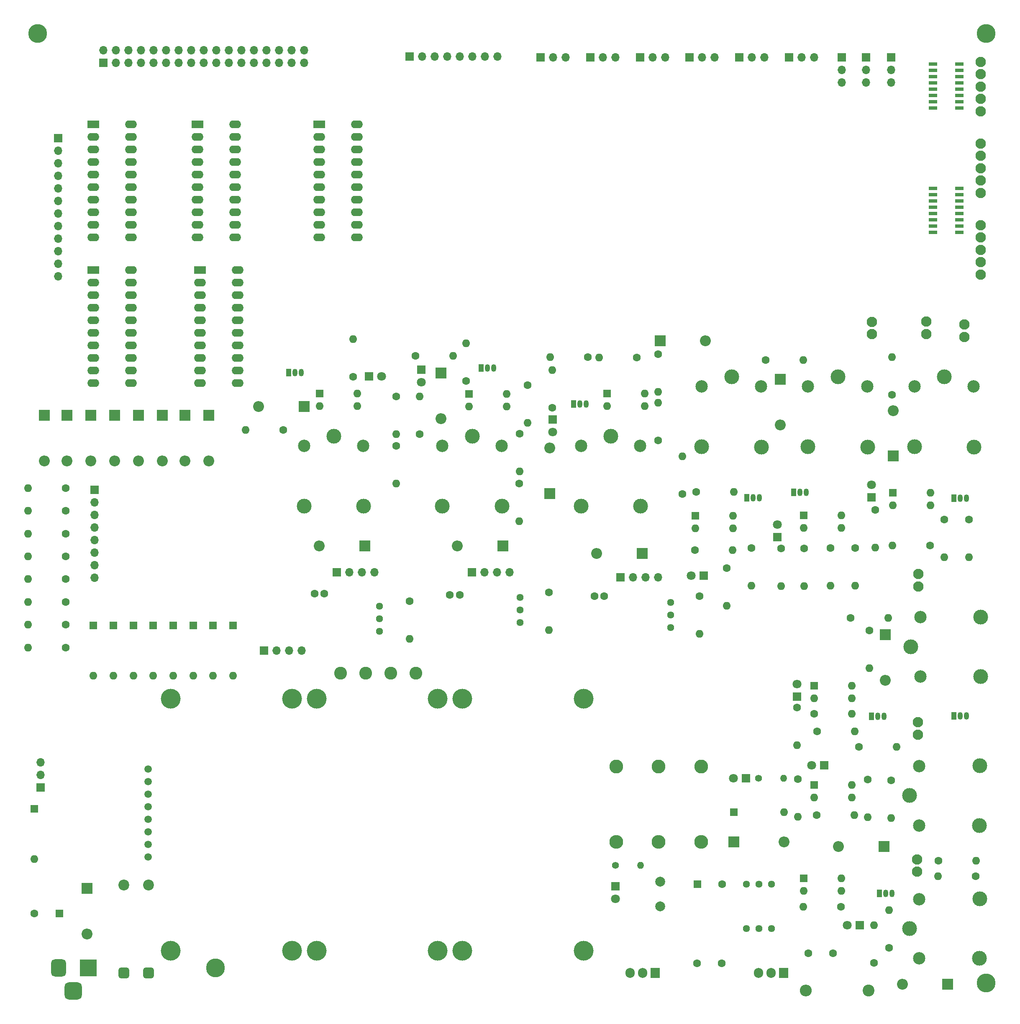
<source format=gbs>
%TF.GenerationSoftware,KiCad,Pcbnew,8.0.6*%
%TF.CreationDate,2024-11-10T21:12:48-06:00*%
%TF.ProjectId,BATER-IA_PCB,42415445-522d-4494-915f-5043422e6b69,01*%
%TF.SameCoordinates,Original*%
%TF.FileFunction,Soldermask,Bot*%
%TF.FilePolarity,Negative*%
%FSLAX46Y46*%
G04 Gerber Fmt 4.6, Leading zero omitted, Abs format (unit mm)*
G04 Created by KiCad (PCBNEW 8.0.6) date 2024-11-10 21:12:48*
%MOMM*%
%LPD*%
G01*
G04 APERTURE LIST*
G04 Aperture macros list*
%AMRoundRect*
0 Rectangle with rounded corners*
0 $1 Rounding radius*
0 $2 $3 $4 $5 $6 $7 $8 $9 X,Y pos of 4 corners*
0 Add a 4 corners polygon primitive as box body*
4,1,4,$2,$3,$4,$5,$6,$7,$8,$9,$2,$3,0*
0 Add four circle primitives for the rounded corners*
1,1,$1+$1,$2,$3*
1,1,$1+$1,$4,$5*
1,1,$1+$1,$6,$7*
1,1,$1+$1,$8,$9*
0 Add four rect primitives between the rounded corners*
20,1,$1+$1,$2,$3,$4,$5,0*
20,1,$1+$1,$4,$5,$6,$7,0*
20,1,$1+$1,$6,$7,$8,$9,0*
20,1,$1+$1,$8,$9,$2,$3,0*%
G04 Aperture macros list end*
%ADD10O,2.200000X2.200000*%
%ADD11R,2.200000X2.200000*%
%ADD12R,1.700000X1.700000*%
%ADD13O,1.700000X1.700000*%
%ADD14R,1.600000X1.600000*%
%ADD15O,1.600000X1.600000*%
%ADD16C,3.000000*%
%ADD17C,2.500000*%
%ADD18C,1.600000*%
%ADD19C,2.000000*%
%ADD20R,2.400000X1.600000*%
%ADD21O,2.400000X1.600000*%
%ADD22R,1.905000X2.000000*%
%ADD23O,1.905000X2.000000*%
%ADD24C,1.400000*%
%ADD25O,1.400000X1.400000*%
%ADD26R,1.050000X1.500000*%
%ADD27O,1.050000X1.500000*%
%ADD28C,2.600000*%
%ADD29C,3.800000*%
%ADD30C,2.100000*%
%ADD31C,4.000000*%
%ADD32R,1.800000X1.800000*%
%ADD33C,1.800000*%
%ADD34RoundRect,0.550000X0.550000X-0.550000X0.550000X0.550000X-0.550000X0.550000X-0.550000X-0.550000X0*%
%ADD35C,2.200000*%
%ADD36C,1.440000*%
%ADD37C,2.800000*%
%ADD38O,2.800000X2.800000*%
%ADD39C,1.500000*%
%ADD40R,3.500000X3.500000*%
%ADD41RoundRect,0.750000X-0.750000X-1.000000X0.750000X-1.000000X0.750000X1.000000X-0.750000X1.000000X0*%
%ADD42RoundRect,0.875000X-0.875000X-0.875000X0.875000X-0.875000X0.875000X0.875000X-0.875000X0.875000X0*%
%ADD43C,2.400000*%
%ADD44O,2.400000X2.400000*%
%ADD45RoundRect,0.070000X0.775000X-0.300000X0.775000X0.300000X-0.775000X0.300000X-0.775000X-0.300000X0*%
G04 APERTURE END LIST*
D10*
%TO.C,D13*%
X103886000Y-120416000D03*
D11*
X103886000Y-111216000D03*
%TD*%
D10*
%TO.C,D7*%
X89662000Y-120416000D03*
D11*
X89662000Y-111216000D03*
%TD*%
D10*
%TO.C,D5*%
X84836000Y-120416000D03*
D11*
X84836000Y-111216000D03*
%TD*%
D10*
%TO.C,D9*%
X94488000Y-120416000D03*
D11*
X94488000Y-111216000D03*
%TD*%
D10*
%TO.C,D15*%
X108712000Y-120416000D03*
D11*
X108712000Y-111216000D03*
%TD*%
D10*
%TO.C,D1*%
X75438000Y-120416000D03*
D11*
X75438000Y-111216000D03*
%TD*%
D10*
%TO.C,D3*%
X80010000Y-120416000D03*
D11*
X80010000Y-111216000D03*
%TD*%
D10*
%TO.C,D11*%
X99314000Y-120416000D03*
D11*
X99314000Y-111216000D03*
%TD*%
D10*
%TO.C,D17*%
X84000000Y-216100000D03*
D11*
X84000000Y-206900000D03*
%TD*%
D10*
%TO.C,D40*%
X131044000Y-137586000D03*
D11*
X140244000Y-137586000D03*
%TD*%
D10*
%TO.C,D21*%
X118780000Y-109400000D03*
D11*
X127980000Y-109400000D03*
%TD*%
D10*
%TO.C,D33*%
X245580000Y-164810000D03*
D11*
X245580000Y-155610000D03*
%TD*%
D10*
%TO.C,D22*%
X155660000Y-111890000D03*
D11*
X155660000Y-102690000D03*
%TD*%
D10*
%TO.C,D23*%
X177650000Y-117850000D03*
D11*
X177650000Y-127050000D03*
%TD*%
D10*
%TO.C,D34*%
X236120000Y-198390000D03*
D11*
X245320000Y-198390000D03*
%TD*%
D10*
%TO.C,D42*%
X158984000Y-137586000D03*
D11*
X168184000Y-137586000D03*
%TD*%
D10*
%TO.C,D28*%
X224310000Y-113120000D03*
D11*
X224310000Y-103920000D03*
%TD*%
D10*
%TO.C,D35*%
X249010000Y-226300000D03*
D11*
X258210000Y-226300000D03*
%TD*%
D10*
%TO.C,D43*%
X187178000Y-139110000D03*
D11*
X196378000Y-139110000D03*
%TD*%
D10*
%TO.C,D27*%
X209210000Y-96110000D03*
D11*
X200010000Y-96110000D03*
%TD*%
D10*
%TO.C,D29*%
X247150000Y-110250000D03*
D11*
X247150000Y-119450000D03*
%TD*%
D12*
%TO.C,J27*%
X192024000Y-143936000D03*
D13*
X194564000Y-143936000D03*
X197104000Y-143936000D03*
X199644000Y-143936000D03*
%TD*%
D14*
%TO.C,O5*%
X229100000Y-131425000D03*
D15*
X229100000Y-133965000D03*
X236720000Y-133965000D03*
X236720000Y-131425000D03*
%TD*%
D12*
%TO.C,J5*%
X149320000Y-38613000D03*
D13*
X151860000Y-38613000D03*
X154400000Y-38613000D03*
X156940000Y-38613000D03*
X159480000Y-38613000D03*
X162020000Y-38613000D03*
X164560000Y-38613000D03*
X167100000Y-38613000D03*
%TD*%
D16*
%TO.C,K8*%
X250500000Y-188100000D03*
D17*
X252450000Y-194150000D03*
D16*
X264650000Y-194150000D03*
X264700000Y-182100000D03*
D17*
X252450000Y-182150000D03*
%TD*%
D18*
%TO.C,R41*%
X242050000Y-184870000D03*
D15*
X242050000Y-192490000D03*
%TD*%
D18*
%TO.C,R70*%
X79756000Y-139736285D03*
D15*
X72136000Y-139736285D03*
%TD*%
D12*
%TO.C,J10*%
X205990500Y-38800000D03*
D13*
X208530500Y-38800000D03*
X211070500Y-38800000D03*
%TD*%
D14*
%TO.C,D14*%
X89379116Y-153670000D03*
D15*
X89379116Y-163830000D03*
%TD*%
D18*
%TO.C,R52*%
X149352000Y-148762000D03*
D15*
X149352000Y-156382000D03*
%TD*%
D12*
%TO.C,J15*%
X236800000Y-38800000D03*
D13*
X236800000Y-41340000D03*
X236800000Y-43880000D03*
%TD*%
D14*
%TO.C,D12*%
X93414232Y-153670000D03*
D15*
X93414232Y-163830000D03*
%TD*%
D19*
%TO.C,C3*%
X200000000Y-210500000D03*
X200000000Y-205500000D03*
%TD*%
D18*
%TO.C,R73*%
X79756000Y-153561140D03*
D15*
X72136000Y-153561140D03*
%TD*%
D20*
%TO.C,U1*%
X85344000Y-52324000D03*
D21*
X85344000Y-54864000D03*
X85344000Y-57404000D03*
X85344000Y-59944000D03*
X85344000Y-62484000D03*
X85344000Y-65024000D03*
X85344000Y-67564000D03*
X85344000Y-70104000D03*
X85344000Y-72644000D03*
X85344000Y-75184000D03*
X92964000Y-75184000D03*
X92964000Y-72644000D03*
X92964000Y-70104000D03*
X92964000Y-67564000D03*
X92964000Y-65024000D03*
X92964000Y-62484000D03*
X92964000Y-59944000D03*
X92964000Y-57404000D03*
X92964000Y-54864000D03*
X92964000Y-52324000D03*
%TD*%
D18*
%TO.C,R43*%
X238510000Y-152150000D03*
D15*
X246130000Y-152150000D03*
%TD*%
D22*
%TO.C,U7*%
X225000000Y-224000000D03*
D23*
X222460000Y-224000000D03*
X219920000Y-224000000D03*
%TD*%
D18*
%TO.C,R67*%
X79756000Y-125911430D03*
D15*
X72136000Y-125911430D03*
%TD*%
D24*
%TO.C,R50*%
X191008000Y-202184000D03*
D25*
X196088000Y-202184000D03*
%TD*%
D18*
%TO.C,C5*%
X230000000Y-220000000D03*
X235000000Y-220000000D03*
%TD*%
D26*
%TO.C,Q5*%
X227030000Y-126790000D03*
D27*
X228300000Y-126790000D03*
X229570000Y-126790000D03*
%TD*%
D18*
%TO.C,R21*%
X243540000Y-130310000D03*
D15*
X243540000Y-137930000D03*
%TD*%
D20*
%TO.C,U2*%
X85344000Y-81788000D03*
D21*
X85344000Y-84328000D03*
X85344000Y-86868000D03*
X85344000Y-89408000D03*
X85344000Y-91948000D03*
X85344000Y-94488000D03*
X85344000Y-97028000D03*
X85344000Y-99568000D03*
X85344000Y-102108000D03*
X85344000Y-104648000D03*
X92964000Y-104648000D03*
X92964000Y-102108000D03*
X92964000Y-99568000D03*
X92964000Y-97028000D03*
X92964000Y-94488000D03*
X92964000Y-91948000D03*
X92964000Y-89408000D03*
X92964000Y-86868000D03*
X92964000Y-84328000D03*
X92964000Y-81788000D03*
%TD*%
D28*
%TO.C,H4*%
X110000000Y-223000000D03*
D29*
X110000000Y-223000000D03*
%TD*%
D14*
%TO.C,D10*%
X97449348Y-153670000D03*
D15*
X97449348Y-163830000D03*
%TD*%
D12*
%TO.C,J14*%
X241700000Y-38800000D03*
D13*
X241700000Y-41340000D03*
X241700000Y-43880000D03*
%TD*%
D14*
%TO.C,D4*%
X109554696Y-153670000D03*
D15*
X109554696Y-163830000D03*
%TD*%
D18*
%TO.C,R31*%
X207300000Y-126660000D03*
D15*
X214920000Y-126660000D03*
%TD*%
D18*
%TO.C,R9*%
X185400000Y-99470000D03*
D15*
X177780000Y-99470000D03*
%TD*%
D20*
%TO.C,U3*%
X106926500Y-81788000D03*
D21*
X106926500Y-84328000D03*
X106926500Y-86868000D03*
X106926500Y-89408000D03*
X106926500Y-91948000D03*
X106926500Y-94488000D03*
X106926500Y-97028000D03*
X106926500Y-99568000D03*
X106926500Y-102108000D03*
X106926500Y-104648000D03*
X114546500Y-104648000D03*
X114546500Y-102108000D03*
X114546500Y-99568000D03*
X114546500Y-97028000D03*
X114546500Y-94488000D03*
X114546500Y-91948000D03*
X114546500Y-89408000D03*
X114546500Y-86868000D03*
X114546500Y-84328000D03*
X114546500Y-81788000D03*
%TD*%
D18*
%TO.C,R11*%
X171530000Y-124980000D03*
D15*
X171530000Y-132600000D03*
%TD*%
D12*
%TO.C,J28*%
X119888000Y-158750000D03*
D13*
X122428000Y-158750000D03*
X124968000Y-158750000D03*
X127508000Y-158750000D03*
%TD*%
D30*
%TO.C,J20*%
X253850000Y-92280000D03*
X253850000Y-94780000D03*
%TD*%
D14*
%TO.C,D6*%
X105519580Y-153670000D03*
D15*
X105519580Y-163830000D03*
%TD*%
D18*
%TO.C,R25*%
X218490000Y-138070000D03*
D15*
X218490000Y-145690000D03*
%TD*%
D16*
%TO.C,K4*%
X214475000Y-103400000D03*
D17*
X208425000Y-105350000D03*
D16*
X208425000Y-117550000D03*
X220475000Y-117600000D03*
D17*
X220425000Y-105350000D03*
%TD*%
D31*
%TO.C,DC-DC2*%
X130500000Y-219500000D03*
X155000000Y-219500000D03*
X130500000Y-168500000D03*
X155000000Y-168500000D03*
%TD*%
D18*
%TO.C,R68*%
X79756000Y-130519715D03*
D15*
X72136000Y-130519715D03*
%TD*%
D32*
%TO.C,D18*%
X141125000Y-103300000D03*
D33*
X143665000Y-103300000D03*
%TD*%
D12*
%TO.C,J2*%
X74676000Y-186436000D03*
D13*
X74676000Y-183896000D03*
X74676000Y-181356000D03*
%TD*%
D18*
%TO.C,R26*%
X234480000Y-138040000D03*
D15*
X234480000Y-145660000D03*
%TD*%
D26*
%TO.C,Q9*%
X244360000Y-207910000D03*
D27*
X245630000Y-207910000D03*
X246900000Y-207910000D03*
%TD*%
D34*
%TO.C,F1*%
X91500000Y-224000000D03*
X96500000Y-224000000D03*
D35*
X91500000Y-206200000D03*
X96500000Y-206200000D03*
%TD*%
D14*
%TO.C,D38*%
X214920000Y-191500000D03*
D15*
X225080000Y-191500000D03*
%TD*%
D18*
%TO.C,R17*%
X171550000Y-114920000D03*
D15*
X171550000Y-122540000D03*
%TD*%
D14*
%TO.C,O2*%
X161300000Y-106925000D03*
D15*
X161300000Y-109465000D03*
X168920000Y-109465000D03*
X168920000Y-106925000D03*
%TD*%
D30*
%TO.C,J16*%
X264855000Y-49729000D03*
X264855000Y-47229000D03*
X264855000Y-44729000D03*
X264855000Y-42229000D03*
X264855000Y-39729000D03*
%TD*%
%TO.C,J23*%
X252200000Y-173300000D03*
X252200000Y-175800000D03*
%TD*%
D18*
%TO.C,R38*%
X231730000Y-192030000D03*
D15*
X239350000Y-192030000D03*
%TD*%
D28*
%TO.C,H2*%
X266000000Y-34000000D03*
D29*
X266000000Y-34000000D03*
%TD*%
D18*
%TO.C,R54*%
X208026000Y-147746000D03*
D15*
X208026000Y-155366000D03*
%TD*%
D30*
%TO.C,J22*%
X252295000Y-143300000D03*
X252295000Y-145800000D03*
%TD*%
D18*
%TO.C,R28*%
X204500000Y-127110000D03*
D15*
X204500000Y-119490000D03*
%TD*%
D18*
%TO.C,C6*%
X130080000Y-147238000D03*
X132080000Y-147238000D03*
%TD*%
D14*
%TO.C,D41*%
X73406000Y-190754000D03*
D15*
X73406000Y-200914000D03*
%TD*%
D14*
%TO.C,C1*%
X78402651Y-212000000D03*
D18*
X73402651Y-212000000D03*
%TD*%
D36*
%TO.C,R_POT1*%
X222540000Y-215000000D03*
X220000000Y-215000000D03*
X217460000Y-215000000D03*
%TD*%
D16*
%TO.C,K2*%
X162000000Y-115400000D03*
D17*
X155950000Y-117350000D03*
D16*
X155950000Y-129550000D03*
X168000000Y-129600000D03*
D17*
X167950000Y-117350000D03*
%TD*%
D32*
%TO.C,D26*%
X242760000Y-127795000D03*
D33*
X242760000Y-125255000D03*
%TD*%
D14*
%TO.C,D2*%
X113589812Y-153670000D03*
D15*
X113589812Y-163830000D03*
%TD*%
D36*
%TO.C,R_POT4*%
X171704000Y-153090000D03*
X171704000Y-150550000D03*
X171704000Y-148010000D03*
%TD*%
D12*
%TO.C,J11*%
X216055250Y-38800000D03*
D13*
X218595250Y-38800000D03*
X221135250Y-38800000D03*
%TD*%
D18*
%TO.C,R6*%
X178190000Y-109700000D03*
D15*
X178190000Y-102080000D03*
%TD*%
D14*
%TO.C,O1*%
X131100000Y-106825000D03*
D15*
X131100000Y-109365000D03*
X138720000Y-109365000D03*
X138720000Y-106825000D03*
%TD*%
D24*
%TO.C,R51*%
X219950000Y-184620000D03*
D25*
X225030000Y-184620000D03*
%TD*%
D18*
%TO.C,R71*%
X79756000Y-144344570D03*
D15*
X72136000Y-144344570D03*
%TD*%
D31*
%TO.C,DC-DC1*%
X101000000Y-219500000D03*
X125500000Y-219500000D03*
X101000000Y-168500000D03*
X125500000Y-168500000D03*
%TD*%
D37*
%TO.C,R2*%
X199700000Y-182280000D03*
D38*
X199700000Y-197520000D03*
%TD*%
D14*
%TO.C,O4*%
X207100000Y-131525000D03*
D15*
X207100000Y-134065000D03*
X214720000Y-134065000D03*
X214720000Y-131525000D03*
%TD*%
D12*
%TO.C,J1*%
X85598000Y-126238000D03*
D13*
X85598000Y-128778000D03*
X85598000Y-131318000D03*
X85598000Y-133858000D03*
X85598000Y-136398000D03*
X85598000Y-138938000D03*
X85598000Y-141478000D03*
X85598000Y-144018000D03*
%TD*%
D18*
%TO.C,R10*%
X151300000Y-115020000D03*
D15*
X151300000Y-107400000D03*
%TD*%
D18*
%TO.C,R5*%
X150480000Y-99180000D03*
D15*
X158100000Y-99180000D03*
%TD*%
D30*
%TO.C,J17*%
X264855000Y-66239000D03*
X264855000Y-63739000D03*
X264855000Y-61239000D03*
X264855000Y-58739000D03*
X264855000Y-56239000D03*
%TD*%
D18*
%TO.C,R74*%
X79756000Y-158169430D03*
D15*
X72136000Y-158169430D03*
%TD*%
D18*
%TO.C,R18*%
X199630000Y-116300000D03*
D15*
X199630000Y-108680000D03*
%TD*%
D32*
%TO.C,D30*%
X227730000Y-168065000D03*
D33*
X227730000Y-165525000D03*
%TD*%
D26*
%TO.C,Q1*%
X124830000Y-102575000D03*
D27*
X126100000Y-102575000D03*
X127370000Y-102575000D03*
%TD*%
D26*
%TO.C,Q8*%
X259460000Y-171960000D03*
D27*
X260730000Y-171960000D03*
X262000000Y-171960000D03*
%TD*%
D30*
%TO.C,J18*%
X264855000Y-82749000D03*
X264855000Y-80249000D03*
X264855000Y-77749000D03*
X264855000Y-75249000D03*
X264855000Y-72749000D03*
%TD*%
D14*
%TO.C,O9*%
X229060000Y-204855000D03*
D15*
X229060000Y-207395000D03*
X236680000Y-207395000D03*
X236680000Y-204855000D03*
%TD*%
D32*
%TO.C,D31*%
X233180000Y-182000000D03*
D33*
X230640000Y-182000000D03*
%TD*%
D32*
%TO.C,D25*%
X223740000Y-135845000D03*
D33*
X223740000Y-133305000D03*
%TD*%
D18*
%TO.C,R22*%
X207090000Y-138450000D03*
D15*
X214710000Y-138450000D03*
%TD*%
D18*
%TO.C,R15*%
X199640000Y-98840000D03*
D15*
X199640000Y-106460000D03*
%TD*%
D14*
%TO.C,O3*%
X189300000Y-106825000D03*
D15*
X189300000Y-109365000D03*
X196920000Y-109365000D03*
X196920000Y-106825000D03*
%TD*%
D20*
%TO.C,U4*%
X106426000Y-52324000D03*
D21*
X106426000Y-54864000D03*
X106426000Y-57404000D03*
X106426000Y-59944000D03*
X106426000Y-62484000D03*
X106426000Y-65024000D03*
X106426000Y-67564000D03*
X106426000Y-70104000D03*
X106426000Y-72644000D03*
X106426000Y-75184000D03*
X114046000Y-75184000D03*
X114046000Y-72644000D03*
X114046000Y-70104000D03*
X114046000Y-67564000D03*
X114046000Y-65024000D03*
X114046000Y-62484000D03*
X114046000Y-59944000D03*
X114046000Y-57404000D03*
X114046000Y-54864000D03*
X114046000Y-52324000D03*
%TD*%
D39*
%TO.C,INA1*%
X96368000Y-200516000D03*
X96368000Y-197976000D03*
X96368000Y-195436000D03*
X96368000Y-192896000D03*
X96368000Y-190356000D03*
X96368000Y-187816000D03*
X96368000Y-185276000D03*
X96368000Y-182736000D03*
%TD*%
D30*
%TO.C,J21*%
X261570000Y-92860000D03*
X261570000Y-95360000D03*
%TD*%
D16*
%TO.C,K9*%
X250500000Y-215000000D03*
D17*
X252450000Y-221050000D03*
D16*
X264650000Y-221050000D03*
X264700000Y-209000000D03*
D17*
X252450000Y-209050000D03*
%TD*%
D12*
%TO.C,J9*%
X195925750Y-38800000D03*
D13*
X198465750Y-38800000D03*
X201005750Y-38800000D03*
%TD*%
D30*
%TO.C,J24*%
X252000000Y-203500000D03*
X252000000Y-201000000D03*
%TD*%
D14*
%TO.C,D8*%
X101484464Y-153670000D03*
D15*
X101484464Y-163830000D03*
%TD*%
D16*
%TO.C,K6*%
X257525000Y-103400000D03*
D17*
X251475000Y-105350000D03*
D16*
X251475000Y-117550000D03*
X263525000Y-117600000D03*
D17*
X263475000Y-105350000D03*
%TD*%
D18*
%TO.C,R46*%
X242320000Y-154760000D03*
D15*
X242320000Y-162380000D03*
%TD*%
D18*
%TO.C,R37*%
X231740000Y-175150000D03*
D15*
X239360000Y-175150000D03*
%TD*%
D31*
%TO.C,DC-DC3*%
X160000000Y-219500000D03*
X184500000Y-219500000D03*
X160000000Y-168500000D03*
X184500000Y-168500000D03*
%TD*%
D36*
%TO.C,R_POT5*%
X202184000Y-154096000D03*
X202184000Y-151556000D03*
X202184000Y-149016000D03*
%TD*%
D16*
%TO.C,K3*%
X190050000Y-115400000D03*
D17*
X184000000Y-117350000D03*
D16*
X184000000Y-129550000D03*
X196050000Y-129600000D03*
D17*
X196000000Y-117350000D03*
%TD*%
D18*
%TO.C,R33*%
X246890000Y-107040000D03*
D15*
X246890000Y-99420000D03*
%TD*%
D37*
%TO.C,R3*%
X208300000Y-182280000D03*
D38*
X208300000Y-197520000D03*
%TD*%
D26*
%TO.C,Q3*%
X182510000Y-108950000D03*
D27*
X183780000Y-108950000D03*
X185050000Y-108950000D03*
%TD*%
D16*
%TO.C,K7*%
X250700000Y-158000000D03*
D17*
X252650000Y-164050000D03*
D16*
X264850000Y-164050000D03*
X264900000Y-152000000D03*
D17*
X252650000Y-152050000D03*
%TD*%
D37*
%TO.C,R1*%
X191100000Y-182280000D03*
D38*
X191100000Y-197520000D03*
%TD*%
D26*
%TO.C,Q4*%
X217530000Y-127880000D03*
D27*
X218800000Y-127880000D03*
X220070000Y-127880000D03*
%TD*%
D18*
%TO.C,R36*%
X246330000Y-218880000D03*
D15*
X246330000Y-211260000D03*
%TD*%
D28*
%TO.C,SHORT_1*%
X140462000Y-163322000D03*
X135382000Y-163322000D03*
%TD*%
%TO.C,H1*%
X74000000Y-34000000D03*
D29*
X74000000Y-34000000D03*
%TD*%
D18*
%TO.C,R12*%
X195250000Y-99490000D03*
D15*
X187630000Y-99490000D03*
%TD*%
D16*
%TO.C,K5*%
X236000000Y-103400000D03*
D17*
X229950000Y-105350000D03*
D16*
X229950000Y-117550000D03*
X242000000Y-117600000D03*
D17*
X241950000Y-105350000D03*
%TD*%
D18*
%TO.C,R19*%
X213480000Y-142090000D03*
D15*
X213480000Y-149710000D03*
%TD*%
D32*
%TO.C,D24*%
X208795000Y-143620000D03*
D33*
X206255000Y-143620000D03*
%TD*%
D18*
%TO.C,R39*%
X243250000Y-221940000D03*
D15*
X243250000Y-214320000D03*
%TD*%
D26*
%TO.C,Q6*%
X259450000Y-128000000D03*
D27*
X260720000Y-128000000D03*
X261990000Y-128000000D03*
%TD*%
D20*
%TO.C,U5*%
X131064000Y-52324000D03*
D21*
X131064000Y-54864000D03*
X131064000Y-57404000D03*
X131064000Y-59944000D03*
X131064000Y-62484000D03*
X131064000Y-65024000D03*
X131064000Y-67564000D03*
X131064000Y-70104000D03*
X131064000Y-72644000D03*
X131064000Y-75184000D03*
X138684000Y-75184000D03*
X138684000Y-72644000D03*
X138684000Y-70104000D03*
X138684000Y-67564000D03*
X138684000Y-65024000D03*
X138684000Y-62484000D03*
X138684000Y-59944000D03*
X138684000Y-57404000D03*
X138684000Y-54864000D03*
X138684000Y-52324000D03*
%TD*%
D22*
%TO.C,U6*%
X199000000Y-224000000D03*
D23*
X196460000Y-224000000D03*
X193920000Y-224000000D03*
%TD*%
D18*
%TO.C,C8*%
X186706000Y-147746000D03*
X188706000Y-147746000D03*
%TD*%
%TO.C,R44*%
X240280000Y-178300000D03*
D15*
X247900000Y-178300000D03*
%TD*%
D12*
%TO.C,J8*%
X185861000Y-38800000D03*
D13*
X188401000Y-38800000D03*
X190941000Y-38800000D03*
%TD*%
D14*
%TO.C,D16*%
X85344000Y-153670000D03*
D15*
X85344000Y-163830000D03*
%TD*%
D18*
%TO.C,R4*%
X137900000Y-103410000D03*
D15*
X137900000Y-95790000D03*
%TD*%
D36*
%TO.C,R_POT3*%
X143256000Y-154858000D03*
X143256000Y-152318000D03*
X143256000Y-149778000D03*
%TD*%
D18*
%TO.C,R30*%
X262550000Y-132290000D03*
D15*
X262550000Y-139910000D03*
%TD*%
D12*
%TO.C,J7*%
X175796250Y-38800000D03*
D13*
X178336250Y-38800000D03*
X180876250Y-38800000D03*
%TD*%
D12*
%TO.C,J26*%
X161925000Y-142920000D03*
D13*
X164465000Y-142920000D03*
X167005000Y-142920000D03*
X169545000Y-142920000D03*
%TD*%
D32*
%TO.C,D20*%
X178250000Y-112095000D03*
D33*
X178250000Y-114635000D03*
%TD*%
D14*
%TO.C,O8*%
X231220000Y-185945000D03*
D15*
X231220000Y-188485000D03*
X238840000Y-188485000D03*
X238840000Y-185945000D03*
%TD*%
D18*
%TO.C,R42*%
X236610000Y-210590000D03*
D15*
X228990000Y-210590000D03*
%TD*%
D12*
%TO.C,J13*%
X246800000Y-38800000D03*
D13*
X246800000Y-41340000D03*
X246800000Y-43880000D03*
%TD*%
D12*
%TO.C,J25*%
X134620000Y-142920000D03*
D13*
X137160000Y-142920000D03*
X139700000Y-142920000D03*
X142240000Y-142920000D03*
%TD*%
D18*
%TO.C,R27*%
X257530000Y-132320000D03*
D15*
X257530000Y-139940000D03*
%TD*%
D32*
%TO.C,D39*%
X217415000Y-184620000D03*
D33*
X214875000Y-184620000D03*
%TD*%
D18*
%TO.C,R23*%
X229140000Y-138140000D03*
D15*
X229140000Y-145760000D03*
%TD*%
D12*
%TO.C,J12*%
X226120000Y-38800000D03*
D13*
X228660000Y-38800000D03*
X231200000Y-38800000D03*
%TD*%
D18*
%TO.C,R14*%
X173160000Y-105080000D03*
D15*
X173160000Y-112700000D03*
%TD*%
D18*
%TO.C,C7*%
X157480000Y-147492000D03*
X159480000Y-147492000D03*
%TD*%
D14*
%TO.C,C4*%
X207597349Y-206000000D03*
D18*
X212597349Y-206000000D03*
%TD*%
D32*
%TO.C,D19*%
X151690000Y-101950000D03*
D33*
X151690000Y-104490000D03*
%TD*%
D14*
%TO.C,O6*%
X247130000Y-126855000D03*
D15*
X247130000Y-129395000D03*
X254750000Y-129395000D03*
X254750000Y-126855000D03*
%TD*%
D30*
%TO.C,J19*%
X242850000Y-92290000D03*
X242850000Y-94790000D03*
%TD*%
D18*
%TO.C,R34*%
X227680000Y-170320000D03*
D15*
X227680000Y-177940000D03*
%TD*%
D14*
%TO.C,O7*%
X231220000Y-165865000D03*
D15*
X231220000Y-168405000D03*
X238840000Y-168405000D03*
X238840000Y-165865000D03*
%TD*%
D32*
%TO.C,D32*%
X240410000Y-214360000D03*
D33*
X237870000Y-214360000D03*
%TD*%
D26*
%TO.C,Q7*%
X242790000Y-172070000D03*
D27*
X244060000Y-172070000D03*
X245330000Y-172070000D03*
%TD*%
D18*
%TO.C,C2*%
X212500000Y-222000000D03*
X207500000Y-222000000D03*
%TD*%
D28*
%TO.C,H3*%
X266000000Y-226000000D03*
D29*
X266000000Y-226000000D03*
%TD*%
D12*
%TO.C,J4*%
X87376000Y-39888000D03*
D13*
X87376000Y-37348000D03*
X89916000Y-39888000D03*
X89916000Y-37348000D03*
X92456000Y-39888000D03*
X92456000Y-37348000D03*
X94996000Y-39888000D03*
X94996000Y-37348000D03*
X97536000Y-39888000D03*
X97536000Y-37348000D03*
X100076000Y-39888000D03*
X100076000Y-37348000D03*
X102616000Y-39888000D03*
X102616000Y-37348000D03*
X105156000Y-39888000D03*
X105156000Y-37348000D03*
X107696000Y-39888000D03*
X107696000Y-37348000D03*
X110236000Y-39888000D03*
X110236000Y-37348000D03*
X112776000Y-39888000D03*
X112776000Y-37348000D03*
X115316000Y-39888000D03*
X115316000Y-37348000D03*
X117856000Y-39888000D03*
X117856000Y-37348000D03*
X120396000Y-39888000D03*
X120396000Y-37348000D03*
X122936000Y-39888000D03*
X122936000Y-37348000D03*
X125476000Y-39888000D03*
X125476000Y-37348000D03*
X128016000Y-39888000D03*
X128016000Y-37348000D03*
%TD*%
D18*
%TO.C,R53*%
X177546000Y-146984000D03*
D15*
X177546000Y-154604000D03*
%TD*%
D18*
%TO.C,R72*%
X79756000Y-148952855D03*
D15*
X72136000Y-148952855D03*
%TD*%
D40*
%TO.C,J6*%
X84250000Y-222930000D03*
D41*
X78250000Y-222930000D03*
D42*
X81250000Y-227630000D03*
%TD*%
D43*
%TO.C,R49*%
X242150000Y-227500000D03*
D44*
X229450000Y-227500000D03*
%TD*%
D18*
%TO.C,R29*%
X239450000Y-138060000D03*
D15*
X239450000Y-145680000D03*
%TD*%
D18*
%TO.C,R8*%
X160750000Y-104250000D03*
D15*
X160750000Y-96630000D03*
%TD*%
D32*
%TO.C,D36*%
X191000000Y-206460000D03*
D33*
X191000000Y-209000000D03*
%TD*%
D18*
%TO.C,R20*%
X224500000Y-138120000D03*
D15*
X224500000Y-145740000D03*
%TD*%
D18*
%TO.C,R7*%
X123710000Y-114200000D03*
D15*
X116090000Y-114200000D03*
%TD*%
D28*
%TO.C,SHORT_2*%
X145542000Y-163322000D03*
X150622000Y-163322000D03*
%TD*%
D18*
%TO.C,R40*%
X231210000Y-171610000D03*
D15*
X238830000Y-171610000D03*
%TD*%
D18*
%TO.C,R24*%
X254650000Y-137530000D03*
D15*
X247030000Y-137530000D03*
%TD*%
D18*
%TO.C,R45*%
X256290000Y-201310000D03*
D15*
X263910000Y-201310000D03*
%TD*%
D18*
%TO.C,R69*%
X79756000Y-135128000D03*
D15*
X72136000Y-135128000D03*
%TD*%
D11*
%TO.C,D37*%
X214920000Y-197500000D03*
D10*
X225080000Y-197500000D03*
%TD*%
D18*
%TO.C,R32*%
X221320000Y-100070000D03*
D15*
X228940000Y-100070000D03*
%TD*%
D18*
%TO.C,R16*%
X146600000Y-117390000D03*
D15*
X146600000Y-125010000D03*
%TD*%
D16*
%TO.C,K1*%
X134000000Y-115400000D03*
D17*
X127950000Y-117350000D03*
D16*
X127950000Y-129550000D03*
X140000000Y-129600000D03*
D17*
X139950000Y-117350000D03*
%TD*%
D18*
%TO.C,R35*%
X227860000Y-184800000D03*
D15*
X227860000Y-192420000D03*
%TD*%
D18*
%TO.C,R13*%
X146600000Y-107400000D03*
D15*
X146600000Y-115020000D03*
%TD*%
D36*
%TO.C,R_POT2*%
X222540000Y-206000000D03*
X220000000Y-206000000D03*
X217460000Y-206000000D03*
%TD*%
D18*
%TO.C,R48*%
X263900000Y-204440000D03*
D15*
X256280000Y-204440000D03*
%TD*%
D18*
%TO.C,R47*%
X246750000Y-185010000D03*
D15*
X246750000Y-192630000D03*
%TD*%
D26*
%TO.C,Q2*%
X163770000Y-101630000D03*
D27*
X165040000Y-101630000D03*
X166310000Y-101630000D03*
%TD*%
D12*
%TO.C,J3*%
X78232000Y-55118000D03*
D13*
X78232000Y-57658000D03*
X78232000Y-60198000D03*
X78232000Y-62738000D03*
X78232000Y-65278000D03*
X78232000Y-67818000D03*
X78232000Y-70358000D03*
X78232000Y-72898000D03*
X78232000Y-75438000D03*
X78232000Y-77978000D03*
X78232000Y-80518000D03*
X78232000Y-83058000D03*
%TD*%
D45*
%TO.C,Q10*%
X255203000Y-49087000D03*
X255203000Y-47817000D03*
X255203000Y-46547000D03*
X255203000Y-45277000D03*
X255203000Y-44007000D03*
X255203000Y-42737000D03*
X255203000Y-41467000D03*
X255203000Y-40197000D03*
X260603000Y-40197000D03*
X260603000Y-41467000D03*
X260603000Y-42737000D03*
X260603000Y-44007000D03*
X260603000Y-45277000D03*
X260603000Y-46547000D03*
X260603000Y-47817000D03*
X260603000Y-49087000D03*
%TD*%
%TO.C,Q11*%
X255203000Y-74233000D03*
X255203000Y-72963000D03*
X255203000Y-71693000D03*
X255203000Y-70423000D03*
X255203000Y-69153000D03*
X255203000Y-67883000D03*
X255203000Y-66613000D03*
X255203000Y-65343000D03*
X260603000Y-65343000D03*
X260603000Y-66613000D03*
X260603000Y-67883000D03*
X260603000Y-69153000D03*
X260603000Y-70423000D03*
X260603000Y-71693000D03*
X260603000Y-72963000D03*
X260603000Y-74233000D03*
%TD*%
M02*

</source>
